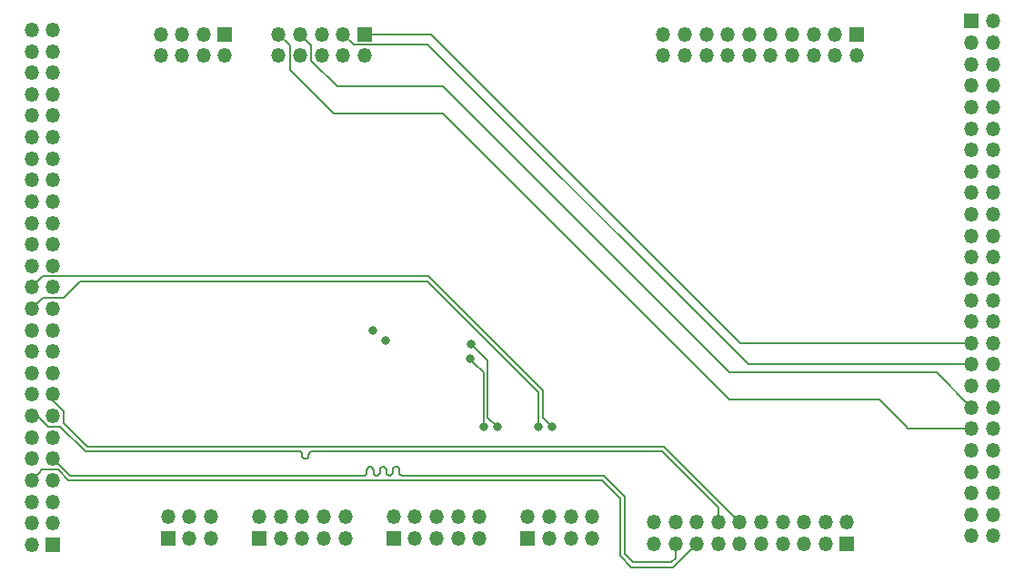
<source format=gbr>
G04 #@! TF.GenerationSoftware,KiCad,Pcbnew,(5.1.2)-1*
G04 #@! TF.CreationDate,2019-06-05T20:45:29-04:00*
G04 #@! TF.ProjectId,riser,72697365-722e-46b6-9963-61645f706362,rev?*
G04 #@! TF.SameCoordinates,Original*
G04 #@! TF.FileFunction,Copper,L5,Inr*
G04 #@! TF.FilePolarity,Positive*
%FSLAX46Y46*%
G04 Gerber Fmt 4.6, Leading zero omitted, Abs format (unit mm)*
G04 Created by KiCad (PCBNEW (5.1.2)-1) date 2019-06-05 20:45:29*
%MOMM*%
%LPD*%
G04 APERTURE LIST*
%ADD10O,1.350000X1.350000*%
%ADD11R,1.350000X1.350000*%
%ADD12C,0.800000*%
%ADD13C,0.200000*%
G04 APERTURE END LIST*
D10*
X93300000Y-71600000D03*
X95300000Y-71600000D03*
X93300000Y-73600000D03*
X95300000Y-73600000D03*
X93300000Y-75600000D03*
X95300000Y-75600000D03*
X93300000Y-77600000D03*
X95300000Y-77600000D03*
X93300000Y-79600000D03*
X95300000Y-79600000D03*
X93300000Y-81600000D03*
X95300000Y-81600000D03*
X93300000Y-83600000D03*
X95300000Y-83600000D03*
X93300000Y-85600000D03*
X95300000Y-85600000D03*
X93300000Y-87600000D03*
X95300000Y-87600000D03*
X93300000Y-89600000D03*
X95300000Y-89600000D03*
X93300000Y-91600000D03*
X95300000Y-91600000D03*
X93300000Y-93600000D03*
X95300000Y-93600000D03*
X93300000Y-95600000D03*
X95300000Y-95600000D03*
X93300000Y-97600000D03*
X95300000Y-97600000D03*
X93300000Y-99600000D03*
X95300000Y-99600000D03*
X93300000Y-101600000D03*
X95300000Y-101600000D03*
X93300000Y-103600000D03*
X95300000Y-103600000D03*
X93300000Y-105600000D03*
X95300000Y-105600000D03*
X93300000Y-107600000D03*
X95300000Y-107600000D03*
X93300000Y-109600000D03*
X95300000Y-109600000D03*
X93300000Y-111600000D03*
X95300000Y-111600000D03*
X93300000Y-113600000D03*
X95300000Y-113600000D03*
X93300000Y-115600000D03*
X95300000Y-115600000D03*
X93300000Y-117600000D03*
X95300000Y-117600000D03*
X93300000Y-119600000D03*
D11*
X95300000Y-119600000D03*
D10*
X182800000Y-118800000D03*
X180800000Y-118800000D03*
X182800000Y-116800000D03*
X180800000Y-116800000D03*
X182800000Y-114800000D03*
X180800000Y-114800000D03*
X182800000Y-112800000D03*
X180800000Y-112800000D03*
X182800000Y-110800000D03*
X180800000Y-110800000D03*
X182800000Y-108800000D03*
X180800000Y-108800000D03*
X182800000Y-106800000D03*
X180800000Y-106800000D03*
X182800000Y-104800000D03*
X180800000Y-104800000D03*
X182800000Y-102800000D03*
X180800000Y-102800000D03*
X182800000Y-100800000D03*
X180800000Y-100800000D03*
X182800000Y-98800000D03*
X180800000Y-98800000D03*
X182800000Y-96800000D03*
X180800000Y-96800000D03*
X182800000Y-94800000D03*
X180800000Y-94800000D03*
X182800000Y-92800000D03*
X180800000Y-92800000D03*
X182800000Y-90800000D03*
X180800000Y-90800000D03*
X182800000Y-88800000D03*
X180800000Y-88800000D03*
X182800000Y-86800000D03*
X180800000Y-86800000D03*
X182800000Y-84800000D03*
X180800000Y-84800000D03*
X182800000Y-82800000D03*
X180800000Y-82800000D03*
X182800000Y-80800000D03*
X180800000Y-80800000D03*
X182800000Y-78800000D03*
X180800000Y-78800000D03*
X182800000Y-76800000D03*
X180800000Y-76800000D03*
X182800000Y-74800000D03*
X180800000Y-74800000D03*
X182800000Y-72800000D03*
X180800000Y-72800000D03*
X182800000Y-70800000D03*
D11*
X180800000Y-70800000D03*
D10*
X145500000Y-117000000D03*
X145500000Y-119000000D03*
X143500000Y-117000000D03*
X143500000Y-119000000D03*
X141500000Y-117000000D03*
X141500000Y-119000000D03*
X139500000Y-117000000D03*
D11*
X139500000Y-119000000D03*
D10*
X122500000Y-117000000D03*
X122500000Y-119000000D03*
X120500000Y-117000000D03*
X120500000Y-119000000D03*
X118500000Y-117000000D03*
X118500000Y-119000000D03*
X116500000Y-117000000D03*
X116500000Y-119000000D03*
X114500000Y-117000000D03*
D11*
X114500000Y-119000000D03*
D10*
X135000000Y-117000000D03*
X135000000Y-119000000D03*
X133000000Y-117000000D03*
X133000000Y-119000000D03*
X131000000Y-117000000D03*
X131000000Y-119000000D03*
X129000000Y-117000000D03*
X129000000Y-119000000D03*
X127000000Y-117000000D03*
D11*
X127000000Y-119000000D03*
D10*
X105300000Y-74000000D03*
X105300000Y-72000000D03*
X107300000Y-74000000D03*
X107300000Y-72000000D03*
X109300000Y-74000000D03*
X109300000Y-72000000D03*
X111300000Y-74000000D03*
D11*
X111300000Y-72000000D03*
D10*
X116300000Y-74000000D03*
X116300000Y-72000000D03*
X118300000Y-74000000D03*
X118300000Y-72000000D03*
X120300000Y-74000000D03*
X120300000Y-72000000D03*
X122300000Y-74000000D03*
X122300000Y-72000000D03*
X124300000Y-74000000D03*
D11*
X124300000Y-72000000D03*
D10*
X152100000Y-74000000D03*
X152100000Y-72000000D03*
X154100000Y-74000000D03*
X154100000Y-72000000D03*
X156100000Y-74000000D03*
X156100000Y-72000000D03*
X158100000Y-74000000D03*
X158100000Y-72000000D03*
X160100000Y-74000000D03*
X160100000Y-72000000D03*
X162100000Y-74000000D03*
X162100000Y-72000000D03*
X164100000Y-74000000D03*
X164100000Y-72000000D03*
X166100000Y-74000000D03*
X166100000Y-72000000D03*
X168100000Y-74000000D03*
X168100000Y-72000000D03*
X170100000Y-74000000D03*
D11*
X170100000Y-72000000D03*
D10*
X110000000Y-117000000D03*
X110000000Y-119000000D03*
X108000000Y-117000000D03*
X108000000Y-119000000D03*
X106000000Y-117000000D03*
D11*
X106000000Y-119000000D03*
D10*
X151220040Y-117494080D03*
X151220040Y-119494080D03*
X153220040Y-117494080D03*
X153220040Y-119494080D03*
X155220040Y-117494080D03*
X155220040Y-119494080D03*
X157220040Y-117494080D03*
X157220040Y-119494080D03*
X159220040Y-117494080D03*
X159220040Y-119494080D03*
X161220040Y-117494080D03*
X161220040Y-119494080D03*
X163220040Y-117494080D03*
X163220040Y-119494080D03*
X165220040Y-117494080D03*
X165220040Y-119494080D03*
X167220040Y-117494080D03*
X167220040Y-119494080D03*
X169220040Y-117494080D03*
D11*
X169220040Y-119494080D03*
D12*
X125070000Y-99600002D03*
X126230000Y-100600000D03*
X141720000Y-108640000D03*
X140450000Y-108640000D03*
X136640000Y-108640000D03*
X134213982Y-100906018D03*
X135370000Y-108640000D03*
X134100000Y-102290000D03*
D13*
X149119800Y-121692000D02*
X148099000Y-120671200D01*
X148099000Y-115337200D02*
X146361800Y-113600000D01*
X146361800Y-113600000D02*
X96734300Y-113600000D01*
X93974999Y-112925001D02*
X93300000Y-113600000D01*
X153022120Y-121692000D02*
X149119800Y-121692000D01*
X94275001Y-112624999D02*
X93974999Y-112925001D01*
X95759299Y-112624999D02*
X94275001Y-112624999D01*
X148099000Y-120671200D02*
X148099000Y-115337200D01*
X155220040Y-119494080D02*
X153022120Y-121692000D01*
X96734300Y-113600000D02*
X95759299Y-112624999D01*
X96850000Y-113150000D02*
X95300000Y-111600000D01*
X124215000Y-113150000D02*
X96850000Y-113150000D01*
X124281756Y-113142478D02*
X124215000Y-113150000D01*
X124345165Y-113120290D02*
X124281756Y-113142478D01*
X124402046Y-113084549D02*
X124345165Y-113120290D01*
X124449549Y-113037046D02*
X124402046Y-113084549D01*
X124485290Y-112980165D02*
X124449549Y-113037046D01*
X124507478Y-112916756D02*
X124485290Y-112980165D01*
X124515000Y-112850000D02*
X124507478Y-112916756D01*
X124515000Y-112617369D02*
X124515000Y-112850000D01*
X124522521Y-112550612D02*
X124515000Y-112617369D01*
X124544709Y-112487203D02*
X124522521Y-112550612D01*
X124580450Y-112430322D02*
X124544709Y-112487203D01*
X124627953Y-112382819D02*
X124580450Y-112430322D01*
X124684834Y-112347078D02*
X124627953Y-112382819D01*
X124748243Y-112324890D02*
X124684834Y-112347078D01*
X124815000Y-112317369D02*
X124748243Y-112324890D01*
X124881756Y-112324890D02*
X124815000Y-112317369D01*
X124945165Y-112347078D02*
X124881756Y-112324890D01*
X125002046Y-112382819D02*
X124945165Y-112347078D01*
X125049549Y-112430322D02*
X125002046Y-112382819D01*
X126745165Y-113120290D02*
X126681756Y-113142478D01*
X125107478Y-112550612D02*
X125085290Y-112487203D01*
X126802046Y-113084549D02*
X126745165Y-113120290D01*
X126885290Y-112980165D02*
X126849549Y-113037046D01*
X126915000Y-112617369D02*
X126915000Y-112850000D01*
X126944709Y-112487203D02*
X126922521Y-112550612D01*
X127027953Y-112382819D02*
X126980450Y-112430322D01*
X125348243Y-113142478D02*
X125284834Y-113120290D01*
X127084834Y-112347078D02*
X127027953Y-112382819D01*
X125144709Y-112980165D02*
X125122521Y-112916756D01*
X127215000Y-112317369D02*
X127148243Y-112324890D01*
X126980450Y-112430322D02*
X126944709Y-112487203D01*
X127281756Y-112324890D02*
X127215000Y-112317369D01*
X126907478Y-112916756D02*
X126885290Y-112980165D01*
X127345165Y-112347078D02*
X127281756Y-112324890D01*
X126915000Y-112850000D02*
X126907478Y-112916756D01*
X127402046Y-112382819D02*
X127345165Y-112347078D01*
X127449549Y-112430322D02*
X127402046Y-112382819D01*
X127485290Y-112487203D02*
X127449549Y-112430322D01*
X148549000Y-115150800D02*
X146548200Y-113150000D01*
X127522521Y-112916756D02*
X127515000Y-112850000D01*
X126922521Y-112550612D02*
X126915000Y-112617369D01*
X126015000Y-112317369D02*
X125948243Y-112324890D01*
X148549000Y-120484800D02*
X148549000Y-115150800D01*
X149306200Y-121242000D02*
X148549000Y-120484800D01*
X152835723Y-121242000D02*
X149306200Y-121242000D01*
X127580450Y-113037046D02*
X127544709Y-112980165D01*
X125744709Y-112487203D02*
X125722521Y-112550612D01*
X127748243Y-113142478D02*
X127684834Y-113120290D01*
X127815000Y-113150000D02*
X127748243Y-113142478D01*
X126849549Y-113037046D02*
X126802046Y-113084549D01*
X125707478Y-112916756D02*
X125685290Y-112980165D01*
X153220040Y-120857683D02*
X152835723Y-121242000D01*
X146548200Y-113150000D02*
X127815000Y-113150000D01*
X125884834Y-112347078D02*
X125827953Y-112382819D01*
X127544709Y-112980165D02*
X127522521Y-112916756D01*
X125085290Y-112487203D02*
X125049549Y-112430322D01*
X153220040Y-119494080D02*
X153220040Y-120857683D01*
X125602046Y-113084549D02*
X125545165Y-113120290D01*
X127684834Y-113120290D02*
X127627953Y-113084549D01*
X127507478Y-112550612D02*
X127485290Y-112487203D01*
X127627953Y-113084549D02*
X127580450Y-113037046D01*
X127148243Y-112324890D02*
X127084834Y-112347078D01*
X127515000Y-112617369D02*
X127507478Y-112550612D01*
X125948243Y-112324890D02*
X125884834Y-112347078D01*
X127515000Y-112850000D02*
X127515000Y-112617369D01*
X126681756Y-113142478D02*
X126615000Y-113150000D01*
X126615000Y-113150000D02*
X126548243Y-113142478D01*
X126548243Y-113142478D02*
X126484834Y-113120290D01*
X125780450Y-112430322D02*
X125744709Y-112487203D01*
X126484834Y-113120290D02*
X126427953Y-113084549D01*
X125115000Y-112850000D02*
X125115000Y-112617369D01*
X126427953Y-113084549D02*
X126380450Y-113037046D01*
X125180450Y-113037046D02*
X125144709Y-112980165D01*
X126380450Y-113037046D02*
X126344709Y-112980165D01*
X126344709Y-112980165D02*
X126322521Y-112916756D01*
X125545165Y-113120290D02*
X125481756Y-113142478D01*
X126322521Y-112916756D02*
X126315000Y-112850000D01*
X125685290Y-112980165D02*
X125649549Y-113037046D01*
X126315000Y-112850000D02*
X126315000Y-112617369D01*
X126315000Y-112617369D02*
X126307478Y-112550612D01*
X126307478Y-112550612D02*
X126285290Y-112487203D01*
X126285290Y-112487203D02*
X126249549Y-112430322D01*
X125115000Y-112617369D02*
X125107478Y-112550612D01*
X126249549Y-112430322D02*
X126202046Y-112382819D01*
X125481756Y-113142478D02*
X125415000Y-113150000D01*
X126202046Y-112382819D02*
X126145165Y-112347078D01*
X126145165Y-112347078D02*
X126081756Y-112324890D01*
X126081756Y-112324890D02*
X126015000Y-112317369D01*
X125827953Y-112382819D02*
X125780450Y-112430322D01*
X125722521Y-112550612D02*
X125715000Y-112617369D01*
X125715000Y-112617369D02*
X125715000Y-112850000D01*
X125715000Y-112850000D02*
X125707478Y-112916756D01*
X125649549Y-113037046D02*
X125602046Y-113084549D01*
X125415000Y-113150000D02*
X125348243Y-113142478D01*
X125284834Y-113120290D02*
X125227953Y-113084549D01*
X125227953Y-113084549D02*
X125180450Y-113037046D01*
X125122521Y-112916756D02*
X125115000Y-112850000D01*
X95300000Y-106156998D02*
X95300000Y-105600000D01*
X96275001Y-107131999D02*
X95300000Y-106156998D01*
X96275001Y-108256802D02*
X96275001Y-107131999D01*
X98465199Y-110447000D02*
X96275001Y-108256802D01*
X159220040Y-117494080D02*
X152172960Y-110447000D01*
X152172960Y-110447000D02*
X98465199Y-110447000D01*
X93856998Y-107600000D02*
X93300000Y-107600000D01*
X118984046Y-111545443D02*
X118927165Y-111581184D01*
X119067290Y-111441059D02*
X119031549Y-111497940D01*
X119089478Y-111377650D02*
X119067290Y-111441059D01*
X119397000Y-110897000D02*
X119330243Y-110904522D01*
X119097000Y-111310893D02*
X119089478Y-111377650D01*
X118526709Y-111441059D02*
X118504521Y-111377650D01*
X119097000Y-111197000D02*
X119097000Y-111310893D01*
X119126709Y-111066835D02*
X119104521Y-111130244D01*
X118609953Y-111545443D02*
X118562450Y-111497940D01*
X118327165Y-110926710D02*
X118263756Y-110904522D01*
X119209953Y-110962451D02*
X119162450Y-111009954D01*
X118863756Y-111603372D02*
X118797000Y-111610893D01*
X157220040Y-116130477D02*
X151986563Y-110897000D01*
X118197000Y-110897000D02*
X98278801Y-110897000D01*
X119031549Y-111497940D02*
X118984046Y-111545443D01*
X119330243Y-110904522D02*
X119266834Y-110926710D01*
X157220040Y-117494080D02*
X157220040Y-116130477D01*
X118384046Y-110962451D02*
X118327165Y-110926710D01*
X151986563Y-110897000D02*
X119397000Y-110897000D01*
X94831999Y-108575001D02*
X93856998Y-107600000D01*
X119266834Y-110926710D02*
X119209953Y-110962451D01*
X118489478Y-111130244D02*
X118467290Y-111066835D01*
X118431549Y-111009954D02*
X118384046Y-110962451D01*
X118927165Y-111581184D02*
X118863756Y-111603372D01*
X118797000Y-111610893D02*
X118730243Y-111603372D01*
X118730243Y-111603372D02*
X118666834Y-111581184D01*
X118666834Y-111581184D02*
X118609953Y-111545443D01*
X118562450Y-111497940D02*
X118526709Y-111441059D01*
X118504521Y-111377650D02*
X118497000Y-111310893D01*
X119104521Y-111130244D02*
X119097000Y-111197000D01*
X95956802Y-108575001D02*
X94831999Y-108575001D01*
X118497000Y-111310893D02*
X118497000Y-111197000D01*
X118497000Y-111197000D02*
X118489478Y-111130244D01*
X119162450Y-111009954D02*
X119126709Y-111066835D01*
X118467290Y-111066835D02*
X118431549Y-111009954D01*
X118263756Y-110904522D02*
X118197000Y-110897000D01*
X98278801Y-110897000D02*
X95956802Y-108575001D01*
X93974999Y-94925001D02*
X93300000Y-95600000D01*
X94324999Y-94575001D02*
X93974999Y-94925001D01*
X100768001Y-94575001D02*
X94320000Y-94575001D01*
X130195003Y-94575001D02*
X100768001Y-94575001D01*
X140880000Y-105259998D02*
X130195003Y-94575001D01*
X141720000Y-108640000D02*
X140880000Y-107800000D01*
X140880000Y-107800000D02*
X140880000Y-105259998D01*
X93974999Y-96925001D02*
X93300000Y-97600000D01*
X97778000Y-95051000D02*
X96253999Y-96575001D01*
X94324999Y-96575001D02*
X93974999Y-96925001D01*
X96253999Y-96575001D02*
X94324999Y-96575001D01*
X130105302Y-95051000D02*
X97778000Y-95051000D01*
X140450000Y-108640000D02*
X140450000Y-105395698D01*
X140450000Y-105395698D02*
X130105302Y-95051000D01*
X135770000Y-107770000D02*
X135770000Y-102462036D01*
X136640000Y-108640000D02*
X135770000Y-107770000D01*
X135770000Y-102462036D02*
X134613981Y-101306017D01*
X134613981Y-101306017D02*
X134213982Y-100906018D01*
X135370000Y-108640000D02*
X135370000Y-103560000D01*
X134499999Y-102689999D02*
X134100000Y-102290000D01*
X135370000Y-103560000D02*
X134499999Y-102689999D01*
X159280000Y-100800000D02*
X180800000Y-100800000D01*
X124300000Y-72000000D02*
X130480000Y-72000000D01*
X130480000Y-72000000D02*
X159280000Y-100800000D01*
X160010000Y-102800000D02*
X174845406Y-102800000D01*
X130185001Y-72975001D02*
X160010000Y-102800000D01*
X122300000Y-72000000D02*
X123275001Y-72975001D01*
X123275001Y-72975001D02*
X130185001Y-72975001D01*
X174845406Y-102800000D02*
X180800000Y-102800000D01*
X119324999Y-74468001D02*
X121746998Y-76890000D01*
X118300000Y-72000000D02*
X119324999Y-73024999D01*
X119324999Y-73024999D02*
X119324999Y-74468001D01*
X121746998Y-76890000D02*
X131560000Y-76890000D01*
X131560000Y-76890000D02*
X158230000Y-103560000D01*
X177560000Y-103560000D02*
X180800000Y-106800000D01*
X158230000Y-103560000D02*
X177560000Y-103560000D01*
X174845406Y-108800000D02*
X180800000Y-108800000D01*
X174740000Y-108640000D02*
X174740000Y-108694594D01*
X172200000Y-106100000D02*
X174740000Y-108640000D01*
X117324999Y-73024999D02*
X117324999Y-75354999D01*
X116300000Y-72000000D02*
X117324999Y-73024999D01*
X174740000Y-108694594D02*
X174845406Y-108800000D01*
X121400000Y-79430000D02*
X131560000Y-79430000D01*
X131560000Y-79430000D02*
X158230000Y-106100000D01*
X117324999Y-75354999D02*
X121400000Y-79430000D01*
X158230000Y-106100000D02*
X172200000Y-106100000D01*
M02*

</source>
